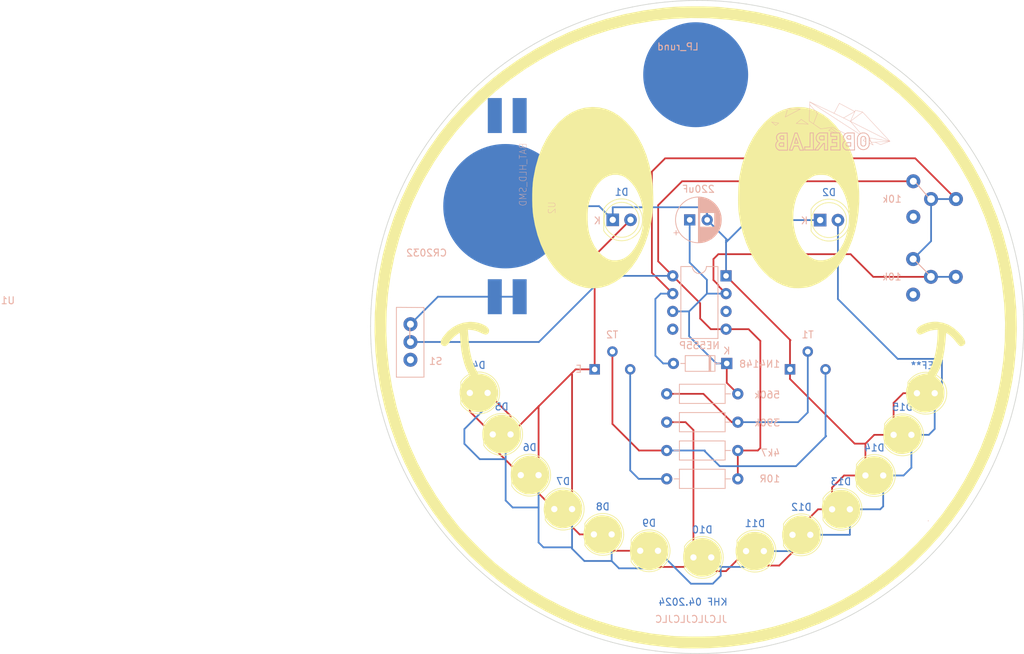
<source format=kicad_pcb>
(kicad_pcb (version 20221018) (generator pcbnew)
  (layers (0 "F.Cu" signal) (31 "B.Cu" signal) (34 "B.Paste" user) (35 "F.Paste" user) (36 "B.SilkS" user "B.Silkscreen") (37 "F.SilkS" user "F.Silkscreen") (38 "B.Mask" user) (39 "F.Mask" user) (44 "Edge.Cuts" user))
  (net 0 "")
  (net 1 "Net-(D3-K)")
  (net 2 "Net-(D1-K)")
  (net 3 "Net-(D1-A)")
  (net 4 "Net-(D3-A)")
  (net 5 "Net-(S1-E)")
  (net 6 "Net-(S1-A-Pad1)")
  (net 12 "Net-(T1-B)")
  (net 13 "Net-(T1-C)")
  (net 14 "Net-(T2-C)")
  (footprint "!Goody:LED_D5.0mm" (layer "F.Cu") (at 97.55 50.93)
    (fp_text reference "D2")
    (fp_text value "LED")
  )
  (footprint "!Goody:LED_D5.0mm" (layer "F.Cu") (at 111.38 75.67)
    (fp_text reference "REF**")
    (fp_text value "LED_D5.0mm")
  )
  (footprint "!Goody:LED_D5.0mm" (layer "F.Cu") (at 104.02 87.43)
    (fp_text reference "D14")
    (fp_text value "LED")
  )
  (footprint "!Goody:LED_D5.0mm" (layer "F.Cu") (at 79.44 99.14)
    (fp_text reference "D10")
    (fp_text value "LED")
  )
  (footprint "!Goody:TO-92L_Wide" (layer "F.Cu") (at 93.24 72.26)
    (fp_text reference "T1")
    (fp_text value "Q_NPN_EBC")
  )
  (footprint "!Goody:LED_D5.0mm" (layer "F.Cu") (at 59.55 92.23)
    (fp_text reference "D7")
    (fp_text value "LED")
  )
  (footprint "!Goody:LED_D5.0mm" (layer "F.Cu") (at 50.76 81.56)
    (fp_text reference "D5")
    (fp_text value "LED")
  )
  (footprint "!Goody:ob-logo_B.SilkS" (layer "F.Cu") (at 104.394 54.864)
    (fp_text reference "G***" hide)
    (fp_text value "LOGO" hide)
  )
  (footprint "!Goody:LED_D5.0mm" (layer "F.Cu") (at 99.255 92.26)
    (fp_text reference "D13")
    (fp_text value "LED")
  )
  (footprint "!Goody:TO-92L_Wide" (layer "F.Cu") (at 65.32 72.26)
    (fp_text reference "T2")
    (fp_text value "Q_NPN_EBC")
  )
  (footprint "!Goody:LED_D5.0mm" (layer "F.Cu") (at 65.21 95.85)
    (fp_text reference "D8")
    (fp_text value "LED")
  )
  (footprint "!Goody:LED_D5.0mm" (layer "F.Cu") (at 93.6 95.91)
    (fp_text reference "D12")
    (fp_text value "LED")
  )
  (footprint "!Goody:LED_D5.0mm" (layer "F.Cu") (at 54.765 87.38)
    (fp_text reference "D6")
    (fp_text value "LED")
  )
  (footprint "!Goody:LED_D5.0mm" (layer "F.Cu") (at 71.83 98.19)
    (fp_text reference "D9")
    (fp_text value "LED")
  )
  (footprint "!Goody:LED_D5.0mm" (layer "F.Cu") (at 47.48 75.63)
    (fp_text reference "D4")
    (fp_text value "LED")
  )
  (footprint "!Goody:LED_D5.0mm" (layer "F.Cu") (at 67.905 50.89)
    (fp_text reference "D1")
    (fp_text value "LED")
  )
  (footprint "!Goody:LED_D5.0mm" (layer "F.Cu") (at 108.05 81.62)
    (fp_text reference "D15")
    (fp_text value "LED")
  )
  (footprint "!Goody:LED_D5.0mm" (layer "F.Cu") (at 86.96 98.24)
    (fp_text reference "D11")
    (fp_text value "LED")
  )
  (footprint "LOGO" (layer "F.Cu") (at 78.527012 67.2031)
    (fp_text reference "G***" hide)
    (fp_text value "LOGO" hide)
  )
  (footprint "!Goody:Micro_SchalterKHF" (layer "B.Cu") (at 38.99 65.81 -90)
    (fp_text reference "S1")
    (fp_text value "Micro_Schalter")
  )
  (footprint "Resistor_THT:R_Axial_DIN0207_L6.3mm_D2.5mm_P10.16mm_Horizontal" (layer "B.Cu") (at 85.78 75.76 180)
    (fp_text reference "R3")
    (fp_text value "560k")
  )
  (footprint "!Goody:BAT-HLD-SMD-Blech" (layer "B.Cu") (at 52.57 48.94 -90)
    (fp_text reference "U2")
    (fp_text value "BAT_HLD_SMD")
  )
  (footprint "Resistor_THT:R_Axial_DIN0207_L6.3mm_D2.5mm_P10.16mm_Horizontal" (layer "B.Cu") (at 85.78 87.91 180)
    (fp_text reference "R6")
    (fp_text value "10R")
  )
  (footprint "Resistor_THT:R_Axial_DIN0207_L6.3mm_D2.5mm_P10.16mm_Horizontal" (layer "B.Cu") (at 85.78 83.86 180)
    (fp_text reference "R5")
    (fp_text value "4k7")
  )
  (footprint "!Goody:Mini-Poti" (layer "B.Cu") (at 108.324 47.92 -90)
    (fp_text reference "P1")
    (fp_text value "10k")
  )
  (footprint "Resistor_THT:R_Axial_DIN0207_L6.3mm_D2.5mm_P10.16mm_Horizontal" (layer "B.Cu") (at 85.78 79.81 180)
    (fp_text reference "R4")
    (fp_text value "390k")
  )
  (footprint "Diode_THT:D_DO-35_SOD27_P7.62mm_Horizontal" (layer "B.Cu") (at 84.2 71.42 180)
    (fp_text reference "D3")
    (fp_text value "1N4148")
  )
  (footprint "Package_DIP:DIP-8_W7.62mm" (layer "B.Cu") (at 84.1 58.9 180)
    (fp_text reference "U1")
    (fp_text value "NE555P")
  )
  (footprint "Capacitor_THT:CP_Radial_D6.3mm_P2.50mm" (layer "B.Cu") (at 78.9 50.9)
    (fp_text reference "C1")
    (fp_text value "220uF")
  )
  (footprint "!Goody:LP_rund" (layer "B.Cu") (at 79.76 30.15 180)
    (fp_text reference "LP_rund")
    (fp_text value "LP_rund")
  )
  (footprint "!Goody:Mini-Poti" (layer "B.Cu") (at 108.3 59.04 -90)
    (fp_text reference "P2")
    (fp_text value "10k")
  )
  (gr_line (start 113.3 48) (end 110.9 45.2) (stroke (width 0.15)) (layer "B.SilkS"))
  (gr_line (start 113.4 59) (end 110.8 56.4) (stroke (width 0.15)) (layer "B.SilkS"))
  (gr_line (start 38.9 68.4) (end 38.9 65.9) (stroke (width 0.15)) (layer "B.SilkS"))
  (gr_line (start 87.737 112.2324) (end 88.9661 112.0076) (stroke (width 0.1)) (layer "Edge.Cuts"))
  (gr_line (start 49.3203 101.4164) (end 50.274 102.2236) (stroke (width 0.1)) (layer "Edge.Cuts"))
  (gr_line (start 35.00369 53.6791) (end 34.68146 54.8994) (stroke (width 0.1)) (layer "Edge.Cuts"))
  (gr_line (start 39.7709 89.9383) (end 40.419 91.0072) (stroke (width 0.1)) (layer "Edge.Cuts"))
  (gr_line (start 85.2632 112.5838) (end 86.5024 112.4245) (stroke (width 0.1)) (layer "Edge.Cuts"))
  (gr_line (start 77.6373 19.60002) (end 76.4816 19.67385) (stroke (width 0.1)) (layer "Edge.Cuts"))
  (gr_line (start 42.7237 38.0772) (end 41.9842 39.0845) (stroke (width 0.1)) (layer "Edge.Cuts"))
  (gr_line (start 79.9524 19.52146) (end 79.9524 19.52146) (stroke (width 0.1)) (layer "Edge.Cuts"))
  (gr_line (start 62.3041 23.01026) (end 61.1418 23.50243) (stroke (width 0.1)) (layer "Edge.Cuts"))
  (gr_line (start 53.5133 27.7564) (end 52.4928 28.4779) (stroke (width 0.1)) (layer "Edge.Cuts"))
  (gr_line (start 96.1754 109.9771) (end 97.3411 109.5269) (stroke (width 0.1)) (layer "Edge.Cuts"))
  (gr_line (start 71.5736 112.1256) (end 72.8059 112.3355) (stroke (width 0.1)) (layer "Edge.Cuts"))
  (gr_line (start 38.56017 87.7517) (end 39.1512 88.8529) (stroke (width 0.1)) (layer "Edge.Cuts"))
  (gr_line (start 126.147 72.9578) (end 126.3103 71.719) (stroke (width 0.1)) (layer "Edge.Cuts"))
  (gr_line (start 78.7945 19.54982) (end 77.6373 19.60002) (stroke (width 0.1)) (layer "Edge.Cuts"))
  (gr_line (start 57.7759 25.15027) (end 56.6846 25.75888) (stroke (width 0.1)) (layer "Edge.Cuts"))
  (gr_line (start 105.4283 27.07625) (end 104.4944 26.48612) (stroke (width 0.1)) (layer "Edge.Cuts"))
  (gr_line (start 45.945 34.2577) (end 45.1013 35.1795) (stroke (width 0.1)) (layer "Edge.Cuts"))
  (gr_line (start 109.0157 29.6534) (end 108.1422 28.9771) (stroke (width 0.1)) (layer "Edge.Cuts"))
  (gr_line (start 70.3475 111.8831) (end 71.5736 112.1256) (stroke (width 0.1)) (layer "Edge.Cuts"))
  (gr_line (start 97.6059 22.98976) (end 96.5783 22.58389) (stroke (width 0.1)) (layer "Edge.Cuts"))
  (gr_line (start 121.0753 88.3068) (end 121.6532 87.199) (stroke (width 0.1)) (layer "Edge.Cuts"))
  (gr_line (start 42.5373 94.0987) (end 43.2979 95.09) (stroke (width 0.1)) (layer "Edge.Cuts"))
  (gr_line (start 33.91577 58.6069) (end 33.72672 59.855) (stroke (width 0.1)) (layer "Edge.Cuts"))
  (gr_line (start 118.4797 92.5743) (end 119.1706 91.5335) (stroke (width 0.1)) (layer "Edge.Cuts"))
  (gr_line (start 49.5554 30.8048) (end 48.6188 31.6316) (stroke (width 0.1)) (layer "Edge.Cuts"))
  (gr_line (start 71.8872 20.24107) (end 70.7492 20.45975) (stroke (width 0.1)) (layer "Edge.Cuts"))
  (gr_line (start 63.479 22.54871) (end 62.3041 23.01026) (stroke (width 0.1)) (layer "Edge.Cuts"))
  (gr_line (start 69.5151 20.72361) (end 68.2888 21.02208) (stroke (width 0.1)) (layer "Edge.Cuts"))
  (gr_line (start 67.0714 21.35448) (end 65.8634 21.72016) (stroke (width 0.1)) (layer "Edge.Cuts"))
  (gr_line (start 109.1688 102.6204) (end 110.1345 101.827) (stroke (width 0.1)) (layer "Edge.Cuts"))
  (gr_line (start 116.9341 37.6862) (end 116.2173 36.7797) (stroke (width 0.1)) (layer "Edge.Cuts"))
  (gr_line (start 33.43358 69.8514) (end 33.54589 71.0956) (stroke (width 0.1)) (layer "Edge.Cuts"))
  (gr_line (start 39.3014 43.3006) (end 38.70284 44.3976) (stroke (width 0.1)) (layer "Edge.Cuts"))
  (gr_line (start 76.5299 112.7582) (end 77.7772 112.8324) (stroke (width 0.1)) (layer "Edge.Cuts"))
  (gr_line (start 126.0464 58.6741) (end 125.845 57.5366) (stroke (width 0.1)) (layer "Edge.Cuts"))
  (gr_line (start 117.0161 94.5991) (end 117.7614 93.5964) (stroke (width 0.1)) (layer "Edge.Cuts"))
  (gr_line (start 117.7614 93.5964) (end 118.4797 92.5743) (stroke (width 0.1)) (layer "Edge.Cuts"))
  (gr_line (start 50.5138 30.0031) (end 49.5554 30.8048) (stroke (width 0.1)) (layer "Edge.Cuts"))
  (gr_line (start 120.1663 42.4715) (end 119.5677 41.4829) (stroke (width 0.1)) (layer "Edge.Cuts"))
  (gr_line (start 122.7167 84.9373) (end 123.2014 83.7853) (stroke (width 0.1)) (layer "Edge.Cuts"))
  (gr_line (start 41.9842 39.0845) (end 41.2718 40.1114) (stroke (width 0.1)) (layer "Edge.Cuts"))
  (gr_line (start 39.1512 88.8529) (end 39.7709 89.9383) (stroke (width 0.1)) (layer "Edge.Cuts"))
  (gr_line (start 104.4944 26.48612) (end 103.5469 25.91817) (stroke (width 0.1)) (layer "Edge.Cuts"))
  (gr_line (start 36.6078 48.9334) (end 36.16047 50.1003) (stroke (width 0.1)) (layer "Edge.Cuts"))
  (gr_line (start 115.4777 35.8915) (end 114.7156 35.0225) (stroke (width 0.1)) (layer "Edge.Cuts"))
  (gr_line (start 58.883 24.57103) (end 57.7759 25.15027) (stroke (width 0.1)) (layer "Edge.Cuts"))
  (gr_line (start 122.3126 46.5643) (end 121.8138 45.5216) (stroke (width 0.1)) (layer "Edge.Cuts"))
  (gr_line (start 125.6151 56.4044) (end 125.3571 55.2783) (stroke (width 0.1)) (layer "Edge.Cuts"))
  (gr_line (start 121.6532 87.199) (end 122.2021 86.0763) (stroke (width 0.1)) (layer "Edge.Cuts"))
  (gr_line (start 126.6413 65.576) (end 126.6166 64.4198) (stroke (width 0.1)) (layer "Edge.Cuts"))
  (gr_line (start 33.87297 73.5732) (end 34.08788 74.8043) (stroke (width 0.1)) (layer "Edge.Cuts"))
  (gr_line (start 91.3139 20.92165) (end 90.2397 20.66436) (stroke (width 0.1)) (layer "Edge.Cuts"))
  (gr_line (start 48.3883 100.5842) (end 49.3203 101.4164) (stroke (width 0.1)) (layer "Edge.Cuts"))
  (gr_line (start 79.9524 19.52146) (end 78.7945 19.54982) (stroke (width 0.1)) (layer "Edge.Cuts"))
  (gr_line (start 74.0434 112.51) (end 75.285 112.6508) (stroke (width 0.1)) (layer "Edge.Cuts"))
  (gr_line (start 81.4834 19.54943) (end 80.718 19.5281) (stroke (width 0.1)) (layer "Edge.Cuts"))
  (gr_line (start 59.7259 108.267) (end 60.8588 108.7942) (stroke (width 0.1)) (layer "Edge.Cuts"))
  (gr_line (start 35.64496 80.8515) (end 36.05124 82.0337) (stroke (width 0.1)) (layer "Edge.Cuts"))
  (gr_line (start 44.0844 96.0609) (end 44.8962 97.0109) (stroke (width 0.1)) (layer "Edge.Cuts"))
  (gr_line (start 58.6072 107.7105) (end 59.7259 108.267) (stroke (width 0.1)) (layer "Edge.Cuts"))
  (gr_line (start 56.4159 106.5101) (end 57.5036 107.1247) (stroke (width 0.1)) (layer "Edge.Cuts"))
  (gr_line (start 99.6351 108.5353) (end 100.7621 107.9949) (stroke (width 0.1)) (layer "Edge.Cuts"))
  (gr_line (start 119.8337 90.4748) (end 120.4687 89.399) (stroke (width 0.1)) (layer "Edge.Cuts"))
  (gr_line (start 126.477 62.1125) (end 126.3626 60.9628) (stroke (width 0.1)) (layer "Edge.Cuts"))
  (gr_line (start 92.3818 21.20433) (end 91.3139 20.92165) (stroke (width 0.1)) (layer "Edge.Cuts"))
  (gr_line (start 126.219 59.8164) (end 126.0464 58.6741) (stroke (width 0.1)) (layer "Edge.Cuts"))
  (gr_line (start 52.2436 103.7616) (end 53.258 104.4916) (stroke (width 0.1)) (layer "Edge.Cuts"))
  (gr_line (start 57.5036 107.1247) (end 58.6072 107.7105) (stroke (width 0.1)) (layer "Edge.Cuts"))
  (gr_line (start 113.7656 98.3947) (end 114.6151 97.4782) (stroke (width 0.1)) (layer "Edge.Cuts"))
  (gr_line (start 38.70284 44.3976) (end 38.13389 45.5101) (stroke (width 0.1)) (layer "Edge.Cuts"))
  (gr_line (start 99.6312 23.87295) (end 98.6237 23.41953) (stroke (width 0.1)) (layer "Edge.Cuts"))
  (gr_line (start 90.1889 111.7505) (end 91.4046 111.4613) (stroke (width 0.1)) (layer "Edge.Cuts"))
  (gr_line (start 37.46613 85.5047) (end 37.99835 86.6354) (stroke (width 0.1)) (layer "Edge.Cuts"))
  (gr_line (start 37.59484 46.6375) (end 37.08604 47.7789) (stroke (width 0.1)) (layer "Edge.Cuts"))
  (gr_line (start 69.1283 111.6084) (end 70.3475 111.8831) (stroke (width 0.1)) (layer "Edge.Cuts"))
  (gr_line (start 93.4428 21.51214) (end 92.3818 21.20433) (stroke (width 0.1)) (layer "Edge.Cuts"))
  (gr_line (start 111.9957 100.1589) (end 112.8923 99.2885) (stroke (width 0.1)) (layer "Edge.Cuts"))
  (gr_line (start 72.8059 112.3355) (end 74.0434 112.51) (stroke (width 0.1)) (layer "Edge.Cuts"))
  (gr_line (start 89.1596 20.4327) (end 88.0743 20.22691) (stroke (width 0.1)) (layer "Edge.Cuts"))
  (gr_line (start 115.4404 96.5397) (end 116.2409 95.5798) (stroke (width 0.1)) (layer "Edge.Cuts"))
  (gr_line (start 35.35983 52.4681) (end 35.00369 53.6791) (stroke (width 0.1)) (layer "Edge.Cuts"))
  (gr_line (start 50.274 102.2236) (end 51.2487 103.0055) (stroke (width 0.1)) (layer "Edge.Cuts"))
  (gr_line (start 120.4687 89.399) (end 121.0753 88.3068) (stroke (width 0.1)) (layer "Edge.Cuts"))
  (gr_line (start 34.08788 74.8043) (end 34.33527 76.0293) (stroke (width 0.1)) (layer "Edge.Cuts"))
  (gr_line (start 110.1345 101.827) (end 111.0763 101.0053) (stroke (width 0.1)) (layer "Edge.Cuts"))
  (gr_line (start 56.6846 25.75888) (end 55.6099 26.39639) (stroke (width 0.1)) (layer "Edge.Cuts"))
  (gr_line (start 44.2827 36.1239) (end 43.49 37.09) (stroke (width 0.1)) (layer "Edge.Cuts"))
  (gr_line (start 125.3571 55.2783) (end 125.0712 54.1588) (stroke (width 0.1)) (layer "Edge.Cuts"))
  (gr_line (start 77.7772 112.8324) (end 79.0261 112.8738) (stroke (width 0.1)) (layer "Edge.Cuts"))
  (gr_line (start 76.4816 19.67385) (end 75.328 19.77309) (stroke (width 0.1)) (layer "Edge.Cuts"))
  (gr_line (start 54.5525 27.06237) (end 53.5133 27.7564) (stroke (width 0.1)) (layer "Edge.Cuts"))
  (gr_line (start 75.285 112.6508) (end 76.5299 112.7582) (stroke (width 0.1)) (layer "Edge.Cuts"))
  (gr_line (start 122.7859 47.6188) (end 122.3126 46.5643) (stroke (width 0.1)) (layer "Edge.Cuts"))
  (gr_line (start 116.2409 95.5798) (end 117.0161 94.5991) (stroke (width 0.1)) (layer "Edge.Cuts"))
  (gr_line (start 33.36224 63.6104) (end 33.31098 64.8585) (stroke (width 0.1)) (layer "Edge.Cuts"))
  (gr_line (start 124.049 50.847) (end 123.6543 49.7608) (stroke (width 0.1)) (layer "Edge.Cuts"))
  (gr_line (start 43.49 37.09) (end 42.7237 38.0772) (stroke (width 0.1)) (layer "Edge.Cuts"))
  (gr_line (start 66.7139 110.9631) (end 67.9168 111.3016) (stroke (width 0.1)) (layer "Edge.Cuts"))
  (gr_line (start 119.1706 91.5335) (end 119.8337 90.4748) (stroke (width 0.1)) (layer "Edge.Cuts"))
  (gr_line (start 47.7044 32.4831) (end 46.8129 33.3587) (stroke (width 0.1)) (layer "Edge.Cuts"))
  (gr_line (start 37.99835 86.6354) (end 38.56017 87.7517) (stroke (width 0.1)) (layer "Edge.Cuts"))
  (gr_line (start 106.3479 27.6883) (end 105.4283 27.07625) (stroke (width 0.1)) (layer "Edge.Cuts"))
  (gr_line (start 98.6237 23.41953) (end 97.6059 22.98976) (stroke (width 0.1)) (layer "Edge.Cuts"))
  (gr_line (start 122.2021 86.0763) (end 122.7167 84.9373) (stroke (width 0.1)) (layer "Edge.Cuts"))
  (gr_line (start 75.328 19.77309) (end 74.1773 19.89952) (stroke (width 0.1)) (layer "Edge.Cuts"))
  (gr_line (start 53.258 104.4916) (end 54.2911 105.1951) (stroke (width 0.1)) (layer "Edge.Cuts"))
  (gr_line (start 41.2718 40.1114) (end 40.5869 41.1568) (stroke (width 0.1)) (layer "Edge.Cuts"))
  (gr_line (start 101.8748 107.4255) (end 102.9699 106.8236) (stroke (width 0.1)) (layer "Edge.Cuts"))
  (gr_line (start 55.6099 26.39639) (end 54.5525 27.06237) (stroke (width 0.1)) (layer "Edge.Cuts"))
  (gr_line (start 81.5254 112.8589) (end 82.7741 112.8032) (stroke (width 0.1)) (layer "Edge.Cuts"))
  (gr_line (start 118.2982 39.5517) (end 117.6279 38.6104) (stroke (width 0.1)) (layer "Edge.Cuts"))
  (gr_line (start 125.0712 54.1588) (end 124.7577 53.0467) (stroke (width 0.1)) (layer "Edge.Cuts"))
  (gr_line (start 68.2888 21.02208) (end 67.0714 21.35448) (stroke (width 0.1)) (layer "Edge.Cuts"))
  (gr_line (start 111.0763 101.0053) (end 111.9957 100.1589) (stroke (width 0.1)) (layer "Edge.Cuts"))
  (gr_line (start 65.8634 21.72016) (end 64.6657 22.11846) (stroke (width 0.1)) (layer "Edge.Cuts"))
  (gr_line (start 124.4719 80.2586) (end 124.8333 79.0622) (stroke (width 0.1)) (layer "Edge.Cuts"))
  (gr_line (start 82.5884 19.59477) (end 81.4834 19.54943) (stroke (width 0.1)) (layer "Edge.Cuts"))
  (gr_line (start 106.1526 104.8452) (end 107.1773 104.1302) (stroke (width 0.1)) (layer "Edge.Cuts"))
  (gr_line (start 126.441 70.4764) (end 126.5387 69.2306) (stroke (width 0.1)) (layer "Edge.Cuts"))
  (gr_line (start 35.26999 79.6591) (end 35.64496 80.8515) (stroke (width 0.1)) (layer "Edge.Cuts"))
  (gr_line (start 33.35388 68.6047) (end 33.43358 69.8514) (stroke (width 0.1)) (layer "Edge.Cuts"))
  (gr_line (start 61.1418 23.50243) (end 60.0052 24.0216) (stroke (width 0.1)) (layer "Edge.Cuts"))
  (gr_line (start 123.2014 83.7853) (end 123.6556 82.621) (stroke (width 0.1)) (layer "Edge.Cuts"))
  (gr_line (start 82.7741 112.8032) (end 84.0202 112.7101) (stroke (width 0.1)) (layer "Edge.Cuts"))
  (gr_line (start 51.4931 29.2273) (end 50.5138 30.0031) (stroke (width 0.1)) (layer "Edge.Cuts"))
  (gr_line (start 125.1631 77.8565) (end 125.4612 76.6424) (stroke (width 0.1)) (layer "Edge.Cuts"))
  (gr_line (start 103.5469 25.91817) (end 102.5863 25.37263) (stroke (width 0.1)) (layer "Edge.Cuts"))
  (gr_line (start 119.5677 41.4829) (end 118.9449 40.5094) (stroke (width 0.1)) (layer "Edge.Cuts"))
  (gr_line (start 88.0743 20.22691) (end 86.9843 20.04724) (stroke (width 0.1)) (layer "Edge.Cuts"))
  (gr_line (start 74.1773 19.89952) (end 73.0302 20.05492) (stroke (width 0.1)) (layer "Edge.Cuts"))
  (gr_line (start 86.5024 112.4245) (end 87.737 112.2324) (stroke (width 0.1)) (layer "Edge.Cuts"))
  (gr_line (start 112.8923 99.2885) (end 113.7656 98.3947) (stroke (width 0.1)) (layer "Edge.Cuts"))
  (gr_line (start 91.4046 111.4613) (end 92.6124 111.1401) (stroke (width 0.1)) (layer "Edge.Cuts"))
  (gr_line (start 64.6657 22.11846) (end 63.479 22.54871) (stroke (width 0.1)) (layer "Edge.Cuts"))
  (gr_line (start 48.6188 31.6316) (end 47.7044 32.4831) (stroke (width 0.1)) (layer "Edge.Cuts"))
  (gr_line (start 100.6278 24.34977) (end 99.6312 23.87295) (stroke (width 0.1)) (layer "Edge.Cuts"))
  (gr_line (start 85.8901 19.89395) (end 84.7924 19.76727) (stroke (width 0.1)) (layer "Edge.Cuts"))
  (gr_line (start 125.7223 75.4203) (end 125.9509 74.1918) (stroke (width 0.1)) (layer "Edge.Cuts"))
  (gr_line (start 55.3448 105.8668) (end 56.4159 106.5101) (stroke (width 0.1)) (layer "Edge.Cuts"))
  (gr_line (start 95.5416 22.20217) (end 94.4962 21.84483) (stroke (width 0.1)) (layer "Edge.Cuts"))
  (gr_line (start 125.4612 76.6424) (end 125.7223 75.4203) (stroke (width 0.1)) (layer "Edge.Cuts"))
  (gr_line (start 126.6166 64.4198) (end 126.5617 63.2651) (stroke (width 0.1)) (layer "Edge.Cuts"))
  (gr_line (start 121.8138 45.5216) (end 121.2896 44.4915) (stroke (width 0.1)) (layer "Edge.Cuts"))
  (gr_line (start 52.4928 28.4779) (end 51.4931 29.2273) (stroke (width 0.1)) (layer "Edge.Cuts"))
  (gr_line (start 67.9168 111.3016) (end 69.1283 111.6084) (stroke (width 0.1)) (layer "Edge.Cuts"))
  (gr_line (start 33.30685 67.3565) (end 33.35388 68.6047) (stroke (width 0.1)) (layer "Edge.Cuts"))
  (gr_line (start 45.7325 97.9396) (end 46.5925 98.8465) (stroke (width 0.1)) (layer "Edge.Cuts"))
  (gr_line (start 114.7156 35.0225) (end 113.9312 34.173) (stroke (width 0.1)) (layer "Edge.Cuts"))
  (gr_line (start 34.39289 56.1281) (end 34.13775 57.3643) (stroke (width 0.1)) (layer "Edge.Cuts"))
  (gr_line (start 104.0483 106.1925) (end 105.1094 105.5329) (stroke (width 0.1)) (layer "Edge.Cuts"))
  (gr_line (start 64.3367 110.1917) (end 65.5203 110.593) (stroke (width 0.1)) (layer "Edge.Cuts"))
  (gr_line (start 126.3103 71.719) (end 126.441 70.4764) (stroke (width 0.1)) (layer "Edge.Cuts"))
  (gr_line (start 40.419 91.0072) (end 41.0971 92.0569) (stroke (width 0.1)) (layer "Edge.Cuts"))
  (gr_line (start 123.2332 48.6845) (end 122.7859 47.6188) (stroke (width 0.1)) (layer "Edge.Cuts"))
  (gr_line (start 33.54589 71.0956) (end 33.69078 72.3367) (stroke (width 0.1)) (layer "Edge.Cuts"))
  (gr_line (start 33.44636 62.364) (end 33.36224 63.6104) (stroke (width 0.1)) (layer "Edge.Cuts"))
  (gr_line (start 79.9524 19.52146) (end 79.9524 19.52146) (stroke (width 0.1)) (layer "Edge.Cuts"))
  (gr_line (start 54.2911 105.1951) (end 55.3448 105.8668) (stroke (width 0.1)) (layer "Edge.Cuts"))
  (gr_line (start 126.5617 63.2651) (end 126.477 62.1125) (stroke (width 0.1)) (layer "Edge.Cuts"))
  (gr_line (start 125.9509 74.1918) (end 126.147 72.9578) (stroke (width 0.1)) (layer "Edge.Cuts"))
  (gr_line (start 44.8962 97.0109) (end 45.7325 97.9396) (stroke (width 0.1)) (layer "Edge.Cuts"))
  (gr_line (start 65.5203 110.593) (end 66.7139 110.9631) (stroke (width 0.1)) (layer "Edge.Cuts"))
  (gr_line (start 79.0261 112.8738) (end 80.2758 112.8825) (stroke (width 0.1)) (layer "Edge.Cuts"))
  (gr_line (start 98.4945 109.0461) (end 99.6351 108.5353) (stroke (width 0.1)) (layer "Edge.Cuts"))
  (gr_line (start 124.4168 51.9426) (end 124.049 50.847) (stroke (width 0.1)) (layer "Edge.Cuts"))
  (gr_line (start 105.1094 105.5329) (end 106.1526 104.8452) (stroke (width 0.1)) (layer "Edge.Cuts"))
  (gr_line (start 114.6151 97.4782) (end 115.4404 96.5397) (stroke (width 0.1)) (layer "Edge.Cuts"))
  (gr_line (start 108.1422 28.9771) (end 107.2527 28.322) (stroke (width 0.1)) (layer "Edge.Cuts"))
  (gr_line (start 92.6124 111.1401) (end 93.8104 110.7842) (stroke (width 0.1)) (layer "Edge.Cuts"))
  (gr_line (start 34.92656 78.4575) (end 35.26999 79.6591) (stroke (width 0.1)) (layer "Edge.Cuts"))
  (gr_line (start 33.69078 72.3367) (end 33.87297 73.5732) (stroke (width 0.1)) (layer "Edge.Cuts"))
  (gr_line (start 93.8104 110.7842) (end 94.9983 110.3964) (stroke (width 0.1)) (layer "Edge.Cuts"))
  (gr_line (start 118.9449 40.5094) (end 118.2982 39.5517) (stroke (width 0.1)) (layer "Edge.Cuts"))
  (gr_line (start 33.29253 66.1075) (end 33.30685 67.3565) (stroke (width 0.1)) (layer "Edge.Cuts"))
  (gr_line (start 38.13389 45.5101) (end 37.59484 46.6375) (stroke (width 0.1)) (layer "Edge.Cuts"))
  (gr_line (start 126.3626 60.9628) (end 126.219 59.8164) (stroke (width 0.1)) (layer "Edge.Cuts"))
  (gr_line (start 96.5783 22.58389) (end 95.5416 22.20217) (stroke (width 0.1)) (layer "Edge.Cuts"))
  (gr_line (start 109.8728 30.3507) (end 109.0157 29.6534) (stroke (width 0.1)) (layer "Edge.Cuts"))
  (gr_line (start 125.845 57.5366) (end 125.6151 56.4044) (stroke (width 0.1)) (layer "Edge.Cuts"))
  (gr_line (start 83.6916 19.66746) (end 82.5884 19.59477) (stroke (width 0.1)) (layer "Edge.Cuts"))
  (gr_line (start 123.6543 49.7608) (end 123.2332 48.6845) (stroke (width 0.1)) (layer "Edge.Cuts"))
  (gr_line (start 111.5351 31.8069) (end 110.7128 31.0686) (stroke (width 0.1)) (layer "Edge.Cuts"))
  (gr_line (start 36.16047 50.1003) (end 35.74437 51.2789) (stroke (width 0.1)) (layer "Edge.Cuts"))
  (gr_line (start 41.8035 93.0876) (end 42.5373 94.0987) (stroke (width 0.1)) (layer "Edge.Cuts"))
  (gr_line (start 86.9843 20.04724) (end 85.8901 19.89395) (stroke (width 0.1)) (layer "Edge.Cuts"))
  (gr_line (start 34.13775 57.3643) (end 33.91577 58.6069) (stroke (width 0.1)) (layer "Edge.Cuts"))
  (gr_line (start 117.6279 38.6104) (end 116.9341 37.6862) (stroke (width 0.1)) (layer "Edge.Cuts"))
  (gr_line (start 36.96393 84.3604) (end 37.46613 85.5047) (stroke (width 0.1)) (layer "Edge.Cuts"))
  (gr_line (start 34.61491 77.2472) (end 34.92656 78.4575) (stroke (width 0.1)) (layer "Edge.Cuts"))
  (gr_line (start 100.7621 107.9949) (end 101.8748 107.4255) (stroke (width 0.1)) (layer "Edge.Cuts"))
  (gr_line (start 113.1248 33.344) (end 112.3394 32.5655) (stroke (width 0.1)) (layer "Edge.Cuts"))
  (gr_line (start 84.0202 112.7101) (end 85.2632 112.5838) (stroke (width 0.1)) (layer "Edge.Cuts"))
  (gr_line (start 60.8588 108.7942) (end 62.0051 109.2918) (stroke (width 0.1)) (layer "Edge.Cuts"))
  (gr_line (start 124.0792 81.4452) (end 124.4719 80.2586) (stroke (width 0.1)) (layer "Edge.Cuts"))
  (gr_line (start 80.718 19.5281) (end 79.9524 19.52146) (stroke (width 0.1)) (layer "Edge.Cuts"))
  (gr_line (start 45.1013 35.1795) (end 44.2827 36.1239) (stroke (width 0.1)) (layer "Edge.Cuts"))
  (gr_line (start 102.5863 25.37263) (end 101.613 24.84974) (stroke (width 0.1)) (layer "Edge.Cuts"))
  (gr_line (start 36.49216 83.2032) (end 36.96393 84.3604) (stroke (width 0.1)) (layer "Edge.Cuts"))
  (gr_line (start 113.9312 34.173) (end 113.1248 33.344) (stroke (width 0.1)) (layer "Edge.Cuts"))
  (gr_line (start 116.2173 36.7797) (end 115.4777 35.8915) (stroke (width 0.1)) (layer "Edge.Cuts"))
  (gr_line (start 39.93 42.2202) (end 39.3014 43.3006) (stroke (width 0.1)) (layer "Edge.Cuts"))
  (gr_line (start 62.0051 109.2918) (end 63.1641 109.7595) (stroke (width 0.1)) (layer "Edge.Cuts"))
  (gr_line (start 120.7403 43.4746) (end 120.1663 42.4715) (stroke (width 0.1)) (layer "Edge.Cuts"))
  (gr_line (start 41.0971 92.0569) (end 41.8035 93.0876) (stroke (width 0.1)) (layer "Edge.Cuts"))
  (gr_line (start 33.72672 59.855) (end 33.57033 61.1077) (stroke (width 0.1)) (layer "Edge.Cuts"))
  (gr_line (start 124.8333 79.0622) (end 125.1631 77.8565) (stroke (width 0.1)) (layer "Edge.Cuts"))
  (gr_line (start 33.57033 61.1077) (end 33.44636 62.364) (stroke (width 0.1)) (layer "Edge.Cuts"))
  (gr_line (start 46.5925 98.8465) (end 47.4788 99.7275) (stroke (width 0.1)) (layer "Edge.Cuts"))
  (gr_line (start 94.4962 21.84483) (end 93.4428 21.51214) (stroke (width 0.1)) (layer "Edge.Cuts"))
  (gr_line (start 112.3394 32.5655) (end 111.5351 31.8069) (stroke (width 0.1)) (layer "Edge.Cuts"))
  (gr_line (start 110.7128 31.0686) (end 109.8728 30.3507) (stroke (width 0.1)) (layer "Edge.Cuts"))
  (gr_line (start 123.6556 82.621) (end 124.0792 81.4452) (stroke (width 0.1)) (layer "Edge.Cuts"))
  (gr_line (start 80.2758 112.8825) (end 81.5254 112.8589) (stroke (width 0.1)) (layer "Edge.Cuts"))
  (gr_line (start 84.7924 19.76727) (end 83.6916 19.66746) (stroke (width 0.1)) (layer "Edge.Cuts"))
  (gr_line (start 126.6356 66.733) (end 126.6413 65.576) (stroke (width 0.1)) (layer "Edge.Cuts"))
  (gr_line (start 63.1641 109.7595) (end 64.3367 110.1917) (stroke (width 0.1)) (layer "Edge.Cuts"))
  (gr_line (start 108.1829 103.3884) (end 109.1688 102.6204) (stroke (width 0.1)) (layer "Edge.Cuts"))
  (gr_line (start 37.08604 47.7789) (end 36.6078 48.9334) (stroke (width 0.1)) (layer "Edge.Cuts"))
  (gr_line (start 35.74437 51.2789) (end 35.35983 52.4681) (stroke (width 0.1)) (layer "Edge.Cuts"))
  (gr_line (start 90.2397 20.66436) (end 89.1596 20.4327) (stroke (width 0.1)) (layer "Edge.Cuts"))
  (gr_line (start 124.7577 53.0467) (end 124.4168 51.9426) (stroke (width 0.1)) (layer "Edge.Cuts"))
  (gr_line (start 126.5387 69.2306) (end 126.6037 67.9825) (stroke (width 0.1)) (layer "Edge.Cuts"))
  (gr_line (start 101.613 24.84974) (end 100.6278 24.34977) (stroke (width 0.1)) (layer "Edge.Cuts"))
  (gr_line (start 88.9661 112.0076) (end 90.1889 111.7505) (stroke (width 0.1)) (layer "Edge.Cuts"))
  (gr_line (start 126.6037 67.9825) (end 126.6356 66.733) (stroke (width 0.1)) (layer "Edge.Cuts"))
  (gr_line (start 34.68146 54.8994) (end 34.39289 56.1281) (stroke (width 0.1)) (layer "Edge.Cuts"))
  (gr_line (start 70.7492 20.45975) (end 69.5151 20.72361) (stroke (width 0.1)) (layer "Edge.Cuts"))
  (gr_line (start 47.4788 99.7275) (end 48.3883 100.5842) (stroke (width 0.1)) (layer "Edge.Cuts"))
  (gr_line (start 34.33527 76.0293) (end 34.61491 77.2472) (stroke (width 0.1)) (layer "Edge.Cuts"))
  (gr_line (start 46.8129 33.3587) (end 45.945 34.2577) (stroke (width 0.1)) (layer "Edge.Cuts"))
  (gr_line (start 40.5869 41.1568) (end 39.93 42.2202) (stroke (width 0.1)) (layer "Edge.Cuts"))
  (gr_line (start 107.1773 104.1302) (end 108.1829 103.3884) (stroke (width 0.1)) (layer "Edge.Cuts"))
  (gr_line (start 107.2527 28.322) (end 106.3479 27.6883) (stroke (width 0.1)) (layer "Edge.Cuts"))
  (gr_line (start 33.31098 64.8585) (end 33.29253 66.1075) (stroke (width 0.1)) (layer "Edge.Cuts"))
  (gr_line (start 51.2487 103.0055) (end 52.2436 103.7616) (stroke (width 0.1)) (layer "Edge.Cuts"))
  (gr_line (start 36.05124 82.0337) (end 36.49216 83.2032) (stroke (width 0.1)) (layer "Edge.Cuts"))
  (gr_line (start 73.0302 20.05492) (end 71.8872 20.24107) (stroke (width 0.1)) (layer "Edge.Cuts"))
  (gr_line (start 94.9983 110.3964) (end 96.1754 109.9771) (stroke (width 0.1)) (layer "Edge.Cuts"))
  (gr_line (start 60.0052 24.0216) (end 58.883 24.57103) (stroke (width 0.1)) (layer "Edge.Cuts"))
  (gr_line (start 121.2896 44.4915) (end 120.7403 43.4746) (stroke (width 0.1)) (layer "Edge.Cuts"))
  (gr_line (start 97.3411 109.5269) (end 98.4945 109.0461) (stroke (width 0.1)) (layer "Edge.Cuts"))
  (gr_line (start 102.9699 106.8236) (end 104.0483 106.1925) (stroke (width 0.1)) (layer "Edge.Cuts"))
  (gr_line (start 43.2979 95.09) (end 44.0844 96.0609) (stroke (width 0.1)) (layer "Edge.Cuts"))
  (gr_text "KHF 04.2024" (at 84.4 106.1) (layer "B.Cu") (effects (font (size 1 1)) (justify left bottom mirror)))
  (gr_text "E" (at 63.6 72.8) (layer "B.SilkS") (effects (font (size 1 1)) (justify left bottom mirror)))
  (gr_text "K" (at 95.9 51.6) (layer "B.SilkS") (effects (font (size 1 1)) (justify left bottom mirror)))
  (gr_text "K" (at 66.3 51.6) (layer "B.SilkS") (effects (font (size 1 1)) (justify left bottom mirror)))
  (gr_text "JLCJLCJLCJLC" (at 84.354 108.554) (layer "B.SilkS") (effects (font (size 1 1)) (justify left bottom mirror)))
  (gr_text "CR2032" (at 44.3 56.2) (layer "B.SilkS") (effects (font (size 1 1)) (justify left bottom mirror)))
  (segment (start 83 55.8) (end 101.9 55.8) (width 0.25) (layer "F.Cu") (net 1))
  (segment (start 101.9 55.8) (end 105.14 59.04) (width 0.25) (layer "F.Cu") (net 1))
  (segment (start 84.2 74.18) (end 85.78 75.76) (width 0.25) (layer "F.Cu") (net 1))
  (segment (start 82.975 60.175) (end 82.3 59.5) (width 0.25) (layer "F.Cu") (net 1))
  (segment (start 82.3 59.5) (end 82.3 56.5) (width 0.25) (layer "F.Cu") (net 1))
  (segment (start 84.1 61.44) (end 82.975 60.315) (width 0.25) (layer "F.Cu") (net 1))
  (segment (start 105.14 59.04) (end 113.38 59.04) (width 0.25) (layer "F.Cu") (net 1))
  (segment (start 84.2 71.42) (end 84.2 74.18) (width 0.25) (layer "F.Cu") (net 1))
  (segment (start 82.975 60.315) (end 82.975 60.175) (width 0.25) (layer "F.Cu") (net 1))
  (segment (start 82.3 56.5) (end 83 55.8) (width 0.25) (layer "F.Cu") (net 1))
  (segment (start 81.36 61.44) (end 84.1 61.44) (width 0.25) (layer "B.Cu") (net 1))
  (segment (start 81.36 59.46) (end 81.36 61.44) (width 0.25) (layer "B.Cu") (net 1))
  (segment (start 78.82 67.52) (end 82.72 71.42) (width 0.25) (layer "B.Cu") (net 1))
  (segment (start 78.82 63.98) (end 81.36 61.44) (width 0.25) (layer "B.Cu") (net 1))
  (segment (start 82.72 71.42) (end 84.2 71.42) (width 0.25) (layer "B.Cu") (net 1))
  (segment (start 78.82 63.98) (end 78.82 67.52) (width 0.25) (layer "B.Cu") (net 1))
  (segment (start 116.936 59.04) (end 113.38 59.04) (width 0.25) (layer "B.Cu") (net 1))
  (segment (start 76.48 63.98) (end 78.82 63.98) (width 0.25) (layer "B.Cu") (net 1))
  (segment (start 78.9 50.9) (end 78.9 57) (width 0.25) (layer "B.Cu") (net 1))
  (segment (start 78.9 57) (end 81.36 59.46) (width 0.25) (layer "B.Cu") (net 1))
  (segment (start 89.02 100.3) (end 86.96 98.24) (width 0.25) (layer "F.Cu") (net 2))
  (segment (start 108.05 77.05) (end 109.43 75.67) (width 0.25) (layer "F.Cu") (net 2))
  (segment (start 97.25 92.26) (end 99.255 92.26) (width 0.25) (layer "F.Cu") (net 2))
  (segment (start 93.24 72.26) (end 93.24 73.64) (width 0.25) (layer "F.Cu") (net 2))
  (segment (start 47.48 75.63) (end 47.48 78.28) (width 0.25) (layer "F.Cu") (net 2))
  (segment (start 65.21 96.75) (end 66.65 98.19) (width 0.25) (layer "F.Cu") (net 2))
  (segment (start 47.48 78.28) (end 50.76 81.56) (width 0.25) (layer "F.Cu") (net 2))
  (segment (start 81.4 101.1) (end 79.44 99.14) (width 0.25) (layer "F.Cu") (net 2))
  (segment (start 91.7 100.3) (end 89.02 100.3) (width 0.25) (layer "F.Cu") (net 2))
  (segment (start 109.43 75.67) (end 111.38 75.67) (width 0.25) (layer "F.Cu") (net 2))
  (segment (start 54.765 87.38) (end 54.765 87.445) (width 0.25) (layer "F.Cu") (net 2))
  (segment (start 78.31 79.81) (end 75.62 79.81) (width 0.25) (layer "F.Cu") (net 2))
  (segment (start 65.21 95.85) (end 65.21 96.75) (width 0.25) (layer "F.Cu") (net 2))
  (segment (start 93.24 73.64) (end 102.48 82.88) (width 0.25) (layer "F.Cu") (net 2))
  (segment (start 93.3 68.1) (end 93.24 68.16) (width 0.25) (layer "F.Cu") (net 2))
  (segment (start 86.96 98.24) (end 84.1 101.1) (width 0.25) (layer "F.Cu") (net 2))
  (segment (start 108.05 81.62) (end 108.05 77.05) (width 0.25) (layer "F.Cu") (net 2))
  (segment (start 105.28 81.62) (end 108.05 81.62) (width 0.25) (layer "F.Cu") (net 2))
  (segment (start 63.17 95.85) (end 65.21 95.85) (width 0.25) (layer "F.Cu") (net 2))
  (segment (start 99.255 92.26) (end 99.255 89.145) (width 0.25) (layer "F.Cu") (net 2))
  (segment (start 104.02 87.43) (end 104.02 82.88) (width 0.25) (layer "F.Cu") (net 2))
  (segment (start 50.76 81.56) (end 50.76 83.375) (width 0.25) (layer "F.Cu") (net 2))
  (segment (start 104.02 82.88) (end 105.28 81.62) (width 0.25) (layer "F.Cu") (net 2))
  (segment (start 66.65 98.19) (end 71.83 98.19) (width 0.25) (layer "F.Cu") (net 2))
  (segment (start 71.83 98.19) (end 74.14 100.5) (width 0.25) (layer "F.Cu") (net 2))
  (segment (start 93.6 95.91) (end 93.6 98.4) (width 0.25) (layer "F.Cu") (net 2))
  (segment (start 93.6 95.91) (end 97.25 92.26) (width 0.25) (layer "F.Cu") (net 2))
  (segment (start 54.765 87.445) (end 59.55 92.23) (width 0.25) (layer "F.Cu") (net 2))
  (segment (start 79.44 99.14) (end 79.44 80.94) (width 0.25) (layer "F.Cu") (net 2))
  (segment (start 78.08 100.5) (end 79.44 99.14) (width 0.25) (layer "F.Cu") (net 2))
  (segment (start 102.48 82.88) (end 104.02 82.88) (width 0.25) (layer "F.Cu") (net 2))
  (segment (start 93.6 98.4) (end 91.7 100.3) (width 0.25) (layer "F.Cu") (net 2))
  (segment (start 50.76 83.375) (end 54.765 87.38) (width 0.25) (layer "F.Cu") (net 2))
  (segment (start 74.14 100.5) (end 78.08 100.5) (width 0.25) (layer "F.Cu") (net 2))
  (segment (start 99.255 89.145) (end 100.97 87.43) (width 0.25) (layer "F.Cu") (net 2))
  (segment (start 59.55 92.23) (end 63.17 95.85) (width 0.25) (layer "F.Cu") (net 2))
  (segment (start 84.1 58.9) (end 93.3 68.1) (width 0.25) (layer "F.Cu") (net 2))
  (segment (start 93.24 68.16) (end 93.24 72.26) (width 0.25) (layer "F.Cu") (net 2))
  (segment (start 84.1 101.1) (end 81.4 101.1) (width 0.25) (layer "F.Cu") (net 2))
  (segment (start 79.44 80.94) (end 78.31 79.81) (width 0.25) (layer "F.Cu") (net 2))
  (segment (start 100.97 87.43) (end 104.02 87.43) (width 0.25) (layer "F.Cu") (net 2))
  (segment (start 97.55 50.93) (end 87.27 50.93) (width 0.25) (layer "B.Cu") (net 2))
  (segment (start 84.1 54.1) (end 84.1 58.9) (width 0.25) (layer "B.Cu") (net 2))
  (segment (start 52.57 48.94) (end 65.955 48.94) (width 0.25) (layer "B.Cu") (net 2))
  (segment (start 84.2 53.7) (end 84.1 53.8) (width 0.25) (layer "B.Cu") (net 2))
  (segment (start 67.905 50.89) (end 67.905 49.095) (width 0.25) (layer "B.Cu") (net 2))
  (segment (start 81.4 50.9) (end 84.2 53.7) (width 0.25) (layer "B.Cu") (net 2))
  (segment (start 84.1 53.8) (end 84.1 54.1) (width 0.25) (layer "B.Cu") (net 2))
  (segment (start 87.27 50.93) (end 84.1 54.1) (width 0.25) (layer "B.Cu") (net 2))
  (segment (start 67.905 49.095) (end 80.495 49.095) (width 0.25) (layer "B.Cu") (net 2))
  (segment (start 65.955 48.94) (end 67.905 50.89) (width 0.25) (layer "B.Cu") (net 2))
  (segment (start 80.495 49.095) (end 81.4 50) (width 0.25) (layer "B.Cu") (net 2))
  (segment (start 81.4 50) (end 81.4 50.9) (width 0.25) (layer "B.Cu") (net 2))
  (segment (start 81.61 50.98) (end 81.61 50.51) (width 0.25) (layer "B.Cu") (net 2))
  (segment (start 53.3 78.91) (end 53.3 81.56) (width 0.25) (layer "F.Cu") (net 3))
  (segment (start 57.305 77.555) (end 57.38 77.48) (width 0.25) (layer "F.Cu") (net 3))
  (segment (start 50.02 75.63) (end 53.3 78.91) (width 0.25) (layer "F.Cu") (net 3))
  (segment (start 62.09 92.23) (end 62.09 72.99) (width 0.25) (layer "F.Cu") (net 3))
  (segment (start 57.38 77.48) (end 53.3 81.56) (width 0.25) (layer "F.Cu") (net 3))
  (segment (start 62.6 72.26) (end 61.98 72.88) (width 0.25) (layer "F.Cu") (net 3))
  (segment (start 70.445 50.89) (end 65.32 56.015) (width 0.25) (layer "F.Cu") (net 3))
  (segment (start 57.305 87.38) (end 57.305 77.555) (width 0.25) (layer "F.Cu") (net 3))
  (segment (start 61.98 72.88) (end 57.38 77.48) (width 0.25) (layer "F.Cu") (net 3))
  (segment (start 65.32 56.015) (end 65.32 72.26) (width 0.25) (layer "F.Cu") (net 3))
  (segment (start 62.09 72.99) (end 61.98 72.88) (width 0.25) (layer "F.Cu") (net 3))
  (segment (start 65.32 72.26) (end 62.6 72.26) (width 0.25) (layer "F.Cu") (net 3))
  (segment (start 100.09 62.213674) (end 108.641145 70.764819) (width 0.25) (layer "B.Cu") (net 3))
  (segment (start 52.6 85.1) (end 52.6 91) (width 0.25) (layer "B.Cu") (net 3))
  (segment (start 113.92 75.67) (end 113.92 80.78) (width 0.25) (layer "B.Cu") (net 3))
  (segment (start 96.14 98.16) (end 96.06 98.24) (width 0.25) (layer "B.Cu") (net 3))
  (segment (start 62.09 97.7) (end 62.09 97.89) (width 0.25) (layer "B.Cu") (net 3))
  (segment (start 57.305 97.005) (end 58 97.7) (width 0.25) (layer "B.Cu") (net 3))
  (segment (start 48.9 85.1) (end 52.6 85.1) (width 0.25) (layer "B.Cu") (net 3))
  (segment (start 52.6 91) (end 53.6 92) (width 0.25) (layer "B.Cu") (net 3))
  (segment (start 50.02 75.63) (end 50.02 77.48) (width 0.25) (layer "B.Cu") (net 3))
  (segment (start 106.56 91.84) (end 106.14 92.26) (width 0.25) (layer "B.Cu") (net 3))
  (segment (start 73.2 100.7) (end 74.4 99.5) (width 0.25) (layer "B.Cu") (net 3))
  (segment (start 83.34 100.5) (end 81.98 99.14) (width 0.25) (layer "B.Cu") (net 3))
  (segment (start 46.7 80.8) (end 46.7 82.9) (width 0.25) (layer "B.Cu") (net 3))
  (segment (start 62.09 97.89) (end 63.85 99.65) (width 0.25) (layer "B.Cu") (net 3))
  (segment (start 114.764381 70.764819) (end 114.954761 70.955199) (width 0.25) (layer "B.Cu") (net 3))
  (segment (start 101.795 95.895) (end 101.78 95.91) (width 0.25) (layer "B.Cu") (net 3))
  (segment (start 74.4 99.5) (end 74.37 99.47) (width 0.25) (layer "B.Cu") (net 3))
  (segment (start 109.47 87.43) (end 106.56 87.43) (width 0.25) (layer "B.Cu") (net 3))
  (segment (start 74.37 99.47) (end 74.37 98.19) (width 0.25) (layer "B.Cu") (net 3))
  (segment (start 68.8 100.7) (end 73.2 100.7) (width 0.25) (layer "B.Cu") (net 3))
  (segment (start 114.954761 74.635239) (end 113.92 75.67) (width 0.25) (layer "B.Cu") (net 3))
  (segment (start 52.6 82.26) (end 52.6 85.1) (width 0.25) (layer "B.Cu") (net 3))
  (segment (start 106.14 92.26) (end 101.795 92.26) (width 0.25) (layer "B.Cu") (net 3))
  (segment (start 89.5 100.5) (end 83.34 100.5) (width 0.25) (layer "B.Cu") (net 3))
  (segment (start 50.02 77.48) (end 46.7 80.8) (width 0.25) (layer "B.Cu") (net 3))
  (segment (start 89.5 98.24) (end 89.5 100.5) (width 0.25) (layer "B.Cu") (net 3))
  (segment (start 96.14 95.91) (end 96.14 98.16) (width 0.25) (layer "B.Cu") (net 3))
  (segment (start 67.75 95.85) (end 67.75 99.65) (width 0.25) (layer "B.Cu") (net 3))
  (segment (start 101.795 92.26) (end 101.795 95.895) (width 0.25) (layer "B.Cu") (net 3))
  (segment (start 62.09 92.23) (end 62.09 97.7) (width 0.25) (layer "B.Cu") (net 3))
  (segment (start 101.78 95.91) (end 96.14 95.91) (width 0.25) (layer "B.Cu") (net 3))
  (segment (start 110.59 81.62) (end 110.59 86.31) (width 0.25) (layer "B.Cu") (net 3))
  (segment (start 108.641145 70.764819) (end 114.764381 70.764819) (width 0.25) (layer "B.Cu") (net 3))
  (segment (start 53.6 92) (end 57.305 92) (width 0.25) (layer "B.Cu") (net 3))
  (segment (start 46.7 82.9) (end 48.9 85.1) (width 0.25) (layer "B.Cu") (net 3))
  (segment (start 53.3 81.56) (end 52.6 82.26) (width 0.25) (layer "B.Cu") (net 3))
  (segment (start 58 97.7) (end 62.09 97.7) (width 0.25) (layer "B.Cu") (net 3))
  (segment (start 74.37 98.19) (end 79.08 102.9) (width 0.25) (layer "B.Cu") (net 3))
  (segment (start 57.305 87.38) (end 57.305 92) (width 0.25) (layer "B.Cu") (net 3))
  (segment (start 83.34 101.76) (end 83.34 100.5) (width 0.25) (layer "B.Cu") (net 3))
  (segment (start 82.2 102.9) (end 83.34 101.76) (width 0.25) (layer "B.Cu") (net 3))
  (segment (start 67.75 99.65) (end 68.8 100.7) (width 0.25) (layer "B.Cu") (net 3))
  (segment (start 79.08 102.9) (end 82.2 102.9) (width 0.25) (layer "B.Cu") (net 3))
  (segment (start 63.85 99.65) (end 67.75 99.65) (width 0.25) (layer "B.Cu") (net 3))
  (segment (start 106.56 87.43) (end 106.56 91.84) (width 0.25) (layer "B.Cu") (net 3))
  (segment (start 113.08 81.62) (end 110.59 81.62) (width 0.25) (layer "B.Cu") (net 3))
  (segment (start 110.59 86.31) (end 109.47 87.43) (width 0.25) (layer "B.Cu") (net 3))
  (segment (start 57.305 92) (end 57.305 97.005) (width 0.25) (layer "B.Cu") (net 3))
  (segment (start 96.06 98.24) (end 89.5 98.24) (width 0.25) (layer "B.Cu") (net 3))
  (segment (start 114.954761 70.955199) (end 114.954761 74.635239) (width 0.25) (layer "B.Cu") (net 3))
  (segment (start 100.09 50.93) (end 100.09 62.213674) (width 0.25) (layer "B.Cu") (net 3))
  (segment (start 113.92 80.78) (end 113.08 81.62) (width 0.25) (layer "B.Cu") (net 3))
  (segment (start 73.5 58.46) (end 73.5 44) (width 0.25) (layer "F.Cu") (net 4))
  (segment (start 111.14 42.1) (end 116.96 47.92) (width 0.25) (layer "F.Cu") (net 4))
  (segment (start 76.48 61.44) (end 73.5 58.46) (width 0.25) (layer "F.Cu") (net 4))
  (segment (start 75.4 42.1) (end 111.14 42.1) (width 0.25) (layer "F.Cu") (net 4))
  (segment (start 73.5 44) (end 75.4 42.1) (width 0.25) (layer "F.Cu") (net 4))
  (segment (start 113.404 47.92) (end 113.404 53.936) (width 0.25) (layer "B.Cu") (net 4))
  (segment (start 74.76 61.44) (end 74 62.2) (width 0.25) (layer "B.Cu") (net 4))
  (segment (start 76.48 61.44) (end 74.76 61.44) (width 0.25) (layer "B.Cu") (net 4))
  (segment (start 74 70.3) (end 75.12 71.42) (width 0.25) (layer "B.Cu") (net 4))
  (segment (start 113.404 53.936) (end 110.84 56.5) (width 0.25) (layer "B.Cu") (net 4))
  (segment (start 75.12 71.42) (end 76.58 71.42) (width 0.25) (layer "B.Cu") (net 4))
  (segment (start 74 62.2) (end 74 70.3) (width 0.25) (layer "B.Cu") (net 4))
  (segment (start 116.96 47.92) (end 113.404 47.92) (width 0.25) (layer "B.Cu") (net 4))
  (segment (start 81.92 66.52) (end 84.1 66.52) (width 0.25) (layer "F.Cu") (net 5))
  (segment (start 80.4 62.82) (end 80.4 65) (width 0.25) (layer "F.Cu") (net 5))
  (segment (start 74.4 48.8) (end 74.4 56.82) (width 0.25) (layer "F.Cu") (net 5))
  (segment (start 110.864 45.38) (end 77.82 45.38) (width 0.25) (layer "F.Cu") (net 5))
  (segment (start 87.32 66.52) (end 84.1 66.52) (width 0.25) (layer "F.Cu") (net 5))
  (segment (start 80.4 65) (end 81.92 66.52) (width 0.25) (layer "F.Cu") (net 5))
  (segment (start 76.48 58.9) (end 80.4 62.82) (width 0.25) (layer "F.Cu") (net 5))
  (segment (start 89 83.5) (end 89 68.2) (width 0.25) (layer "F.Cu") (net 5))
  (segment (start 85.78 83.86) (end 88.64 83.86) (width 0.25) (layer "F.Cu") (net 5))
  (segment (start 85.78 87.91) (end 85.78 83.86) (width 0.25) (layer "F.Cu") (net 5))
  (segment (start 88.64 83.86) (end 89 83.5) (width 0.25) (layer "F.Cu") (net 5))
  (segment (start 77.82 45.38) (end 74.4 48.8) (width 0.25) (layer "F.Cu") (net 5))
  (segment (start 74.4 56.82) (end 76.48 58.9) (width 0.25) (layer "F.Cu") (net 5))
  (segment (start 89 68.2) (end 87.32 66.52) (width 0.25) (layer "F.Cu") (net 5))
  (segment (start 66.8 58.9) (end 76.48 58.9) (width 0.25) (layer "B.Cu") (net 5))
  (segment (start 38.99 68.35) (end 57.35 68.35) (width 0.25) (layer "B.Cu") (net 5))
  (segment (start 57.35 68.35) (end 66.8 58.9) (width 0.25) (layer "B.Cu") (net 5))
  (segment (start 38.99 65.81) (end 42.92 61.88) (width 0.25) (layer "B.Cu") (net 6))
  (segment (start 51.046 61.88) (end 54.602 61.88) (width 0.25) (layer "B.Cu") (net 6))
  (segment (start 42.92 61.88) (end 51.046 61.88) (width 0.25) (layer "B.Cu") (net 6))
  (segment (start 85.78 79.81) (end 84.91 79.81) (width 0.25) (layer "F.Cu") (net 12))
  (segment (start 80.86 75.76) (end 75.62 75.76) (width 0.25) (layer "F.Cu") (net 12))
  (segment (start 84.91 79.81) (end 80.86 75.76) (width 0.25) (layer "F.Cu") (net 12))
  (segment (start 94.39 79.81) (end 85.78 79.81) (width 0.25) (layer "B.Cu") (net 12))
  (segment (start 95.78 69.72) (end 95.78 78.42) (width 0.25) (layer "B.Cu") (net 12))
  (segment (start 95.78 78.42) (end 94.39 79.81) (width 0.25) (layer "B.Cu") (net 12))
  (segment (start 67.86 69.72) (end 67.86 80.06) (width 0.25) (layer "F.Cu") (net 13))
  (segment (start 71.66 83.86) (end 75.62 83.86) (width 0.25) (layer "F.Cu") (net 13))
  (segment (start 67.86 80.06) (end 71.66 83.86) (width 0.25) (layer "F.Cu") (net 13))
  (segment (start 94.1 86.1) (end 98.4 81.8) (width 0.25) (layer "B.Cu") (net 13))
  (segment (start 83.2 86.1) (end 94.1 86.1) (width 0.25) (layer "B.Cu") (net 13))
  (segment (start 98.4 81.8) (end 98.32 81.72) (width 0.25) (layer "B.Cu") (net 13))
  (segment (start 81.06 83.96) (end 83.2 86.1) (width 0.25) (layer "B.Cu") (net 13))
  (segment (start 75.62 83.86) (end 81.06 83.86) (width 0.25) (layer "B.Cu") (net 13))
  (segment (start 98.32 81.72) (end 98.32 72.26) (width 0.25) (layer "B.Cu") (net 13))
  (segment (start 81.06 83.86) (end 81.06 83.96) (width 0.25) (layer "B.Cu") (net 13))
  (segment (start 71.61 87.91) (end 75.62 87.91) (width 0.25) (layer "B.Cu") (net 14))
  (segment (start 70.4 86.7) (end 71.61 87.91) (width 0.25) (layer "B.Cu") (net 14))
  (segment (start 70.4 72.26) (end 70.4 86.7) (width 0.25) (layer "B.Cu") (net 14))
)
</source>
